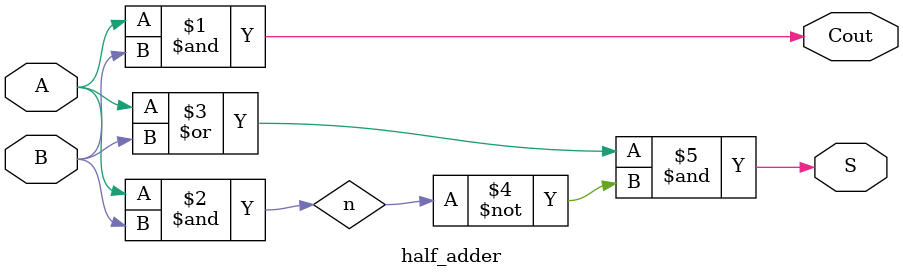
<source format=sv>
module half_adder(output logic Cout, S, input logic A, B);
  wire n;
  assign Cout = A & B;
  assign n = A & B;
  assign S = (A | B) & ~n;
endmodule

</source>
